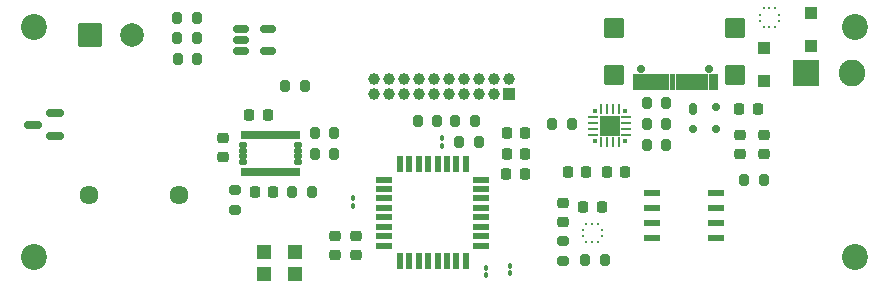
<source format=gbr>
%TF.GenerationSoftware,KiCad,Pcbnew,9.0.4*%
%TF.CreationDate,2026-02-27T16:14:11-07:00*%
%TF.ProjectId,Ashurs PCB,41736875-7273-4205-9043-422e6b696361,rev?*%
%TF.SameCoordinates,Original*%
%TF.FileFunction,Soldermask,Top*%
%TF.FilePolarity,Negative*%
%FSLAX46Y46*%
G04 Gerber Fmt 4.6, Leading zero omitted, Abs format (unit mm)*
G04 Created by KiCad (PCBNEW 9.0.4) date 2026-02-27 16:14:11*
%MOMM*%
%LPD*%
G01*
G04 APERTURE LIST*
G04 Aperture macros list*
%AMRoundRect*
0 Rectangle with rounded corners*
0 $1 Rounding radius*
0 $2 $3 $4 $5 $6 $7 $8 $9 X,Y pos of 4 corners*
0 Add a 4 corners polygon primitive as box body*
4,1,4,$2,$3,$4,$5,$6,$7,$8,$9,$2,$3,0*
0 Add four circle primitives for the rounded corners*
1,1,$1+$1,$2,$3*
1,1,$1+$1,$4,$5*
1,1,$1+$1,$6,$7*
1,1,$1+$1,$8,$9*
0 Add four rect primitives between the rounded corners*
20,1,$1+$1,$2,$3,$4,$5,0*
20,1,$1+$1,$4,$5,$6,$7,0*
20,1,$1+$1,$6,$7,$8,$9,0*
20,1,$1+$1,$8,$9,$2,$3,0*%
G04 Aperture macros list end*
%ADD10C,0.010000*%
%ADD11RoundRect,0.200000X-0.200000X-0.275000X0.200000X-0.275000X0.200000X0.275000X-0.200000X0.275000X0*%
%ADD12RoundRect,0.225000X-0.250000X0.225000X-0.250000X-0.225000X0.250000X-0.225000X0.250000X0.225000X0*%
%ADD13RoundRect,0.102000X-0.150000X-0.262500X0.150000X-0.262500X0.150000X0.262500X-0.150000X0.262500X0*%
%ADD14RoundRect,0.102000X-0.212500X-0.150000X0.212500X-0.150000X0.212500X0.150000X-0.212500X0.150000X0*%
%ADD15C,2.200000*%
%ADD16RoundRect,0.100000X-0.100000X0.130000X-0.100000X-0.130000X0.100000X-0.130000X0.100000X0.130000X0*%
%ADD17RoundRect,0.200000X-0.275000X0.200000X-0.275000X-0.200000X0.275000X-0.200000X0.275000X0.200000X0*%
%ADD18RoundRect,0.102000X-0.900000X-0.900000X0.900000X-0.900000X0.900000X0.900000X-0.900000X0.900000X0*%
%ADD19C,2.004000*%
%ADD20RoundRect,0.200000X0.200000X0.275000X-0.200000X0.275000X-0.200000X-0.275000X0.200000X-0.275000X0*%
%ADD21R,0.279400X0.254000*%
%ADD22R,0.254000X0.279400*%
%ADD23RoundRect,0.102000X0.500000X-0.525000X0.500000X0.525000X-0.500000X0.525000X-0.500000X-0.525000X0*%
%ADD24RoundRect,0.225000X0.250000X-0.225000X0.250000X0.225000X-0.250000X0.225000X-0.250000X-0.225000X0*%
%ADD25RoundRect,0.225000X0.225000X0.250000X-0.225000X0.250000X-0.225000X-0.250000X0.225000X-0.250000X0*%
%ADD26R,1.000000X1.000000*%
%ADD27C,1.000000*%
%ADD28R,0.508000X1.473200*%
%ADD29R,1.473200X0.508000*%
%ADD30RoundRect,0.150000X-0.512500X-0.150000X0.512500X-0.150000X0.512500X0.150000X-0.512500X0.150000X0*%
%ADD31RoundRect,0.225000X-0.225000X-0.250000X0.225000X-0.250000X0.225000X0.250000X-0.225000X0.250000X0*%
%ADD32RoundRect,0.200000X0.275000X-0.200000X0.275000X0.200000X-0.275000X0.200000X-0.275000X-0.200000X0*%
%ADD33RoundRect,0.218750X0.218750X0.256250X-0.218750X0.256250X-0.218750X-0.256250X0.218750X-0.256250X0*%
%ADD34RoundRect,0.175000X-0.175000X-0.325000X0.175000X-0.325000X0.175000X0.325000X-0.175000X0.325000X0*%
%ADD35RoundRect,0.150000X-0.200000X-0.150000X0.200000X-0.150000X0.200000X0.150000X-0.200000X0.150000X0*%
%ADD36RoundRect,0.150000X0.587500X0.150000X-0.587500X0.150000X-0.587500X-0.150000X0.587500X-0.150000X0*%
%ADD37R,0.355600X0.355600*%
%ADD38R,0.812800X0.254000*%
%ADD39R,0.254000X0.812800*%
%ADD40R,1.701800X1.701800*%
%ADD41RoundRect,0.102000X-1.025000X-1.025000X1.025000X-1.025000X1.025000X1.025000X-1.025000X1.025000X0*%
%ADD42C,2.254000*%
%ADD43RoundRect,0.250000X-0.300000X0.300000X-0.300000X-0.300000X0.300000X-0.300000X0.300000X0.300000X0*%
%ADD44C,0.700000*%
%ADD45RoundRect,0.102000X0.750000X0.750000X-0.750000X0.750000X-0.750000X-0.750000X0.750000X-0.750000X0*%
%ADD46R,1.460500X0.558800*%
%ADD47C,1.612000*%
G04 APERTURE END LIST*
D10*
%TO.C,J2*%
X199650000Y-46033493D02*
X198950000Y-46033493D01*
X198950000Y-44783493D01*
X199650000Y-44783493D01*
X199650000Y-46033493D01*
G36*
X199650000Y-46033493D02*
G01*
X198950000Y-46033493D01*
X198950000Y-44783493D01*
X199650000Y-44783493D01*
X199650000Y-46033493D01*
G37*
X200450000Y-46033493D02*
X199750000Y-46033493D01*
X199750000Y-44783493D01*
X200450000Y-44783493D01*
X200450000Y-46033493D01*
G36*
X200450000Y-46033493D02*
G01*
X199750000Y-46033493D01*
X199750000Y-44783493D01*
X200450000Y-44783493D01*
X200450000Y-46033493D01*
G37*
X200950000Y-46033493D02*
X200550000Y-46033493D01*
X200550000Y-44783493D01*
X200950000Y-44783493D01*
X200950000Y-46033493D01*
G36*
X200950000Y-46033493D02*
G01*
X200550000Y-46033493D01*
X200550000Y-44783493D01*
X200950000Y-44783493D01*
X200950000Y-46033493D01*
G37*
X201450000Y-46033493D02*
X201050000Y-46033493D01*
X201050000Y-44783493D01*
X201450000Y-44783493D01*
X201450000Y-46033493D01*
G36*
X201450000Y-46033493D02*
G01*
X201050000Y-46033493D01*
X201050000Y-44783493D01*
X201450000Y-44783493D01*
X201450000Y-46033493D01*
G37*
X201950000Y-46033493D02*
X201550000Y-46033493D01*
X201550000Y-44783493D01*
X201950000Y-44783493D01*
X201950000Y-46033493D01*
G36*
X201950000Y-46033493D02*
G01*
X201550000Y-46033493D01*
X201550000Y-44783493D01*
X201950000Y-44783493D01*
X201950000Y-46033493D01*
G37*
X202450000Y-46033493D02*
X202050000Y-46033493D01*
X202050000Y-44783493D01*
X202450000Y-44783493D01*
X202450000Y-46033493D01*
G36*
X202450000Y-46033493D02*
G01*
X202050000Y-46033493D01*
X202050000Y-44783493D01*
X202450000Y-44783493D01*
X202450000Y-46033493D01*
G37*
X202950000Y-46033493D02*
X202550000Y-46033493D01*
X202550000Y-44783493D01*
X202950000Y-44783493D01*
X202950000Y-46033493D01*
G36*
X202950000Y-46033493D02*
G01*
X202550000Y-46033493D01*
X202550000Y-44783493D01*
X202950000Y-44783493D01*
X202950000Y-46033493D01*
G37*
X203450000Y-46033493D02*
X203050000Y-46033493D01*
X203050000Y-44783493D01*
X203450000Y-44783493D01*
X203450000Y-46033493D01*
G36*
X203450000Y-46033493D02*
G01*
X203050000Y-46033493D01*
X203050000Y-44783493D01*
X203450000Y-44783493D01*
X203450000Y-46033493D01*
G37*
X203950000Y-46033493D02*
X203550000Y-46033493D01*
X203550000Y-44783493D01*
X203950000Y-44783493D01*
X203950000Y-46033493D01*
G36*
X203950000Y-46033493D02*
G01*
X203550000Y-46033493D01*
X203550000Y-44783493D01*
X203950000Y-44783493D01*
X203950000Y-46033493D01*
G37*
X204450000Y-46033493D02*
X204050000Y-46033493D01*
X204050000Y-44783493D01*
X204450000Y-44783493D01*
X204450000Y-46033493D01*
G36*
X204450000Y-46033493D02*
G01*
X204050000Y-46033493D01*
X204050000Y-44783493D01*
X204450000Y-44783493D01*
X204450000Y-46033493D01*
G37*
X205250000Y-46033493D02*
X204550000Y-46033493D01*
X204550000Y-44783493D01*
X205250000Y-44783493D01*
X205250000Y-46033493D01*
G36*
X205250000Y-46033493D02*
G01*
X204550000Y-46033493D01*
X204550000Y-44783493D01*
X205250000Y-44783493D01*
X205250000Y-46033493D01*
G37*
X206050000Y-46033493D02*
X205350000Y-46033493D01*
X205350000Y-44783493D01*
X206050000Y-44783493D01*
X206050000Y-46033493D01*
G36*
X206050000Y-46033493D02*
G01*
X205350000Y-46033493D01*
X205350000Y-44783493D01*
X206050000Y-44783493D01*
X206050000Y-46033493D01*
G37*
%TD*%
D11*
%TO.C,R18*%
X208350000Y-53750000D03*
X210000000Y-53750000D03*
%TD*%
D12*
%TO.C,C3*%
X208000000Y-49950000D03*
X208000000Y-51500000D03*
%TD*%
D13*
%TO.C,U1*%
X166000000Y-49937500D03*
D14*
X165937500Y-50750000D03*
X165937500Y-51250000D03*
X165937500Y-51750000D03*
X165937500Y-52250000D03*
D13*
X166000000Y-53062500D03*
X166500000Y-53062500D03*
X167000000Y-53062500D03*
X167500000Y-53062500D03*
X168000000Y-53062500D03*
X168500000Y-53062500D03*
X169000000Y-53062500D03*
X169500000Y-53062500D03*
X170000000Y-53062500D03*
X170500000Y-53062500D03*
D14*
X170562500Y-52250000D03*
X170562500Y-51750000D03*
X170562500Y-51250000D03*
X170562500Y-50750000D03*
D13*
X170500000Y-49937500D03*
X170000000Y-49937500D03*
X169500000Y-49937500D03*
X169000000Y-49937500D03*
X168500000Y-49937500D03*
X168000000Y-49937500D03*
X167500000Y-49937500D03*
X167000000Y-49937500D03*
X166500000Y-49937500D03*
%TD*%
D15*
%TO.C,H2*%
X148250000Y-60250000D03*
%TD*%
D16*
%TO.C,C15*%
X186500000Y-61180000D03*
X186500000Y-61820000D03*
%TD*%
D17*
%TO.C,R17*%
X193000000Y-58925000D03*
X193000000Y-60575000D03*
%TD*%
D16*
%TO.C,D4*%
X182750000Y-50180000D03*
X182750000Y-50820000D03*
%TD*%
D18*
%TO.C,J3*%
X153000000Y-41500000D03*
D19*
X156500000Y-41500000D03*
%TD*%
D11*
%TO.C,R11*%
X160425000Y-43500000D03*
X162075000Y-43500000D03*
%TD*%
D15*
%TO.C,H3*%
X217750000Y-60250000D03*
%TD*%
D16*
%TO.C,JP2*%
X188503115Y-60997372D03*
X188503115Y-61637372D03*
%TD*%
D20*
%TO.C,R12*%
X162000000Y-41750000D03*
X160350000Y-41750000D03*
%TD*%
%TO.C,R8*%
X193750000Y-49000000D03*
X192100000Y-49000000D03*
%TD*%
D21*
%TO.C,U2*%
X209712600Y-39750000D03*
X209712600Y-40250000D03*
D22*
X210000001Y-40787400D03*
X210500000Y-40787400D03*
X210999999Y-40787400D03*
D21*
X211287400Y-40250000D03*
X211287400Y-39750000D03*
D22*
X210999999Y-39212600D03*
X210500000Y-39212600D03*
X210000001Y-39212600D03*
%TD*%
D20*
%TO.C,R14*%
X171750000Y-54750000D03*
X170100000Y-54750000D03*
%TD*%
D12*
%TO.C,C4*%
X210000000Y-49950000D03*
X210000000Y-51500000D03*
%TD*%
D20*
%TO.C,R10*%
X171150000Y-45750000D03*
X169500000Y-45750000D03*
%TD*%
D23*
%TO.C,Y2*%
X167700000Y-61675000D03*
X170300000Y-61675000D03*
X170300000Y-59825000D03*
X167700000Y-59825000D03*
%TD*%
D24*
%TO.C,C12*%
X175500000Y-60050000D03*
X175500000Y-58500000D03*
%TD*%
D25*
%TO.C,C7*%
X195000000Y-53026000D03*
X193450000Y-53026000D03*
%TD*%
D26*
%TO.C,J1*%
X188465000Y-46500000D03*
D27*
X188465000Y-45230000D03*
X187195000Y-46500000D03*
X187195000Y-45230000D03*
X185925000Y-46500000D03*
X185925000Y-45230000D03*
X184655000Y-46500000D03*
X184655000Y-45230000D03*
X183385000Y-46500000D03*
X183385000Y-45230000D03*
X182115000Y-46500000D03*
X182115000Y-45230000D03*
X180845000Y-46500000D03*
X180845000Y-45230000D03*
X179575000Y-46500000D03*
X179575000Y-45230000D03*
X178305000Y-46500000D03*
X178305000Y-45230000D03*
X177035000Y-46500000D03*
X177035000Y-45230000D03*
%TD*%
D28*
%TO.C,U7*%
X179200001Y-60614800D03*
X179999999Y-60614800D03*
X180800000Y-60614800D03*
X181600001Y-60614800D03*
X182399999Y-60614800D03*
X183200000Y-60614800D03*
X183999999Y-60614800D03*
X184799999Y-60614800D03*
D29*
X186114800Y-59299999D03*
X186114800Y-58500001D03*
X186114800Y-57700000D03*
X186114800Y-56899999D03*
X186114800Y-56100001D03*
X186114800Y-55300000D03*
X186114800Y-54500001D03*
X186114800Y-53700001D03*
D28*
X184799999Y-52385200D03*
X184000001Y-52385200D03*
X183200000Y-52385200D03*
X182399999Y-52385200D03*
X181600001Y-52385200D03*
X180800000Y-52385200D03*
X180000001Y-52385200D03*
X179200001Y-52385200D03*
D29*
X177885200Y-53700001D03*
X177885200Y-54499999D03*
X177885200Y-55300000D03*
X177885200Y-56100001D03*
X177885200Y-56899999D03*
X177885200Y-57700000D03*
X177885200Y-58499999D03*
X177885200Y-59299999D03*
%TD*%
D30*
%TO.C,U6*%
X165792500Y-40915000D03*
X165792500Y-41865000D03*
X165792500Y-42815000D03*
X168067500Y-42815000D03*
X168067500Y-40915000D03*
%TD*%
D25*
%TO.C,C8*%
X198275000Y-53026000D03*
X196725000Y-53026000D03*
%TD*%
D20*
%TO.C,R6*%
X201750000Y-49000000D03*
X200100000Y-49000000D03*
%TD*%
D25*
%TO.C,C2*%
X168500000Y-54750000D03*
X166950000Y-54750000D03*
%TD*%
D16*
%TO.C,JP1*%
X175250000Y-55280000D03*
X175250000Y-55920000D03*
%TD*%
D12*
%TO.C,C1*%
X164250000Y-50225000D03*
X164250000Y-51775000D03*
%TD*%
%TO.C,C6*%
X193000000Y-55725000D03*
X193000000Y-57275000D03*
%TD*%
D31*
%TO.C,C11*%
X188250000Y-49750000D03*
X189800000Y-49750000D03*
%TD*%
D32*
%TO.C,R15*%
X165250000Y-56250000D03*
X165250000Y-54600000D03*
%TD*%
D33*
%TO.C,D1*%
X209537500Y-47750000D03*
X207962500Y-47750000D03*
%TD*%
D20*
%TO.C,R4*%
X185569911Y-48740620D03*
X183919911Y-48740620D03*
%TD*%
D11*
%TO.C,R16*%
X194925000Y-60500000D03*
X196575000Y-60500000D03*
%TD*%
D31*
%TO.C,C5*%
X194750000Y-56000000D03*
X196300000Y-56000000D03*
%TD*%
D15*
%TO.C,H1*%
X148250000Y-40750000D03*
%TD*%
D20*
%TO.C,R2*%
X173650000Y-51500000D03*
X172000000Y-51500000D03*
%TD*%
%TO.C,R1*%
X173650000Y-49750000D03*
X172000000Y-49750000D03*
%TD*%
D34*
%TO.C,D3*%
X204000000Y-47750000D03*
D35*
X204000000Y-49450000D03*
X206000000Y-49450000D03*
X206000000Y-47550000D03*
%TD*%
D31*
%TO.C,C10*%
X188225000Y-53250000D03*
X189775000Y-53250000D03*
%TD*%
D36*
%TO.C,Q1*%
X150000000Y-50000000D03*
X150000000Y-48100000D03*
X148125000Y-49050000D03*
%TD*%
D11*
%TO.C,R13*%
X184250000Y-50500000D03*
X185900000Y-50500000D03*
%TD*%
%TO.C,R3*%
X180744690Y-48740620D03*
X182394690Y-48740620D03*
%TD*%
D31*
%TO.C,C14*%
X166475000Y-48250000D03*
X168025000Y-48250000D03*
%TD*%
D15*
%TO.C,H4*%
X217750000Y-40750000D03*
%TD*%
D24*
%TO.C,C13*%
X173750000Y-60050000D03*
X173750000Y-58500000D03*
%TD*%
D31*
%TO.C,C9*%
X188250000Y-51500000D03*
X189800000Y-51500000D03*
%TD*%
D37*
%TO.C,U5*%
X198249811Y-50397061D03*
D38*
X198396811Y-49897189D03*
X198396811Y-49397063D03*
X198396811Y-48896937D03*
X198396811Y-48396811D03*
D37*
X198249811Y-47896939D03*
D39*
X197750000Y-47750000D03*
X197249874Y-47750000D03*
X196749748Y-47750000D03*
X196249622Y-47750000D03*
D37*
X195749811Y-47896939D03*
D38*
X195602811Y-48396811D03*
X195602811Y-48896937D03*
X195602811Y-49397063D03*
X195602811Y-49897189D03*
D37*
X195749811Y-50397061D03*
D39*
X196249622Y-50544000D03*
X196749748Y-50544000D03*
X197249874Y-50544000D03*
X197750000Y-50544000D03*
D40*
X196999811Y-49147000D03*
%TD*%
D20*
%TO.C,R9*%
X162000000Y-40000000D03*
X160350000Y-40000000D03*
%TD*%
D41*
%TO.C,J4*%
X213557500Y-44712500D03*
D42*
X217517500Y-44712500D03*
%TD*%
D43*
%TO.C,D2*%
X210000000Y-42600000D03*
X210000000Y-45400000D03*
%TD*%
D21*
%TO.C,U4*%
X194712601Y-57962600D03*
X194712601Y-58462600D03*
D22*
X195000002Y-59000000D03*
X195500001Y-59000000D03*
X196000000Y-59000000D03*
D21*
X196287401Y-58462600D03*
X196287401Y-57962600D03*
D22*
X196000000Y-57425200D03*
X195500001Y-57425200D03*
X195000002Y-57425200D03*
%TD*%
D43*
%TO.C,D5*%
X214000000Y-39600000D03*
X214000000Y-42400000D03*
%TD*%
D11*
%TO.C,R5*%
X200100000Y-47250000D03*
X201750000Y-47250000D03*
%TD*%
%TO.C,R7*%
X200100000Y-50750000D03*
X201750000Y-50750000D03*
%TD*%
D44*
%TO.C,J2*%
X205390000Y-44333493D03*
X199610000Y-44333493D03*
D45*
X207620000Y-44833493D03*
X197380000Y-44833493D03*
X207620000Y-40903493D03*
X197380000Y-40903493D03*
%TD*%
D46*
%TO.C,U3*%
X200525850Y-54845000D03*
X200525850Y-56115000D03*
X200525850Y-57385000D03*
X200525850Y-58655000D03*
X205974150Y-58655000D03*
X205974150Y-57385000D03*
X205974150Y-56115000D03*
X205974150Y-54845000D03*
%TD*%
D47*
%TO.C,LS1*%
X160500000Y-55000000D03*
X152900000Y-55000000D03*
%TD*%
M02*

</source>
